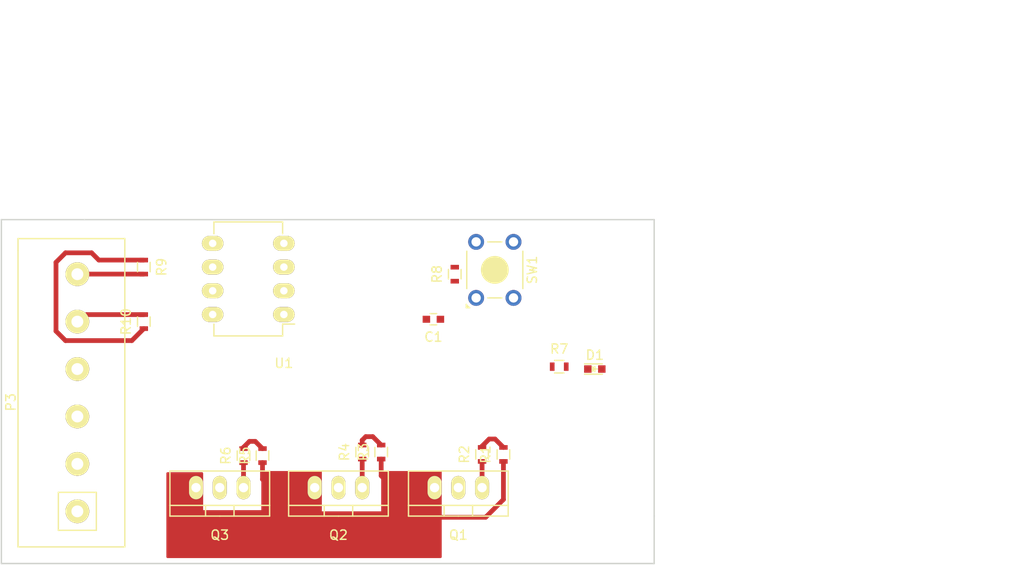
<source format=kicad_pcb>
(kicad_pcb (version 4) (host pcbnew 4.0.1-3.201512221402+6198~38~ubuntu14.04.1-stable)

  (general
    (links 32)
    (no_connects 18)
    (area 104.064999 85.014999 174.065001 121.995001)
    (thickness 1.6)
    (drawings 10)
    (tracks 35)
    (zones 0)
    (modules 18)
    (nets 18)
  )

  (page A4)
  (layers
    (0 F.Cu signal)
    (31 B.Cu signal)
    (32 B.Adhes user)
    (33 F.Adhes user)
    (34 B.Paste user)
    (35 F.Paste user)
    (36 B.SilkS user)
    (37 F.SilkS user)
    (38 B.Mask user)
    (39 F.Mask user)
    (40 Dwgs.User user)
    (41 Cmts.User user)
    (42 Eco1.User user)
    (43 Eco2.User user)
    (44 Edge.Cuts user)
    (45 Margin user)
    (46 B.CrtYd user)
    (47 F.CrtYd user)
    (48 B.Fab user)
    (49 F.Fab user)
  )

  (setup
    (last_trace_width 0.508)
    (user_trace_width 0.508)
    (user_trace_width 5.08)
    (trace_clearance 0.2)
    (zone_clearance 0.508)
    (zone_45_only no)
    (trace_min 0.2)
    (segment_width 0.2)
    (edge_width 0.15)
    (via_size 0.6)
    (via_drill 0.4)
    (via_min_size 0.4)
    (via_min_drill 0.3)
    (uvia_size 0.3)
    (uvia_drill 0.1)
    (uvias_allowed no)
    (uvia_min_size 0)
    (uvia_min_drill 0)
    (pcb_text_width 0.3)
    (pcb_text_size 1.5 1.5)
    (mod_edge_width 0.15)
    (mod_text_size 1 1)
    (mod_text_width 0.15)
    (pad_size 1.524 1.524)
    (pad_drill 0.762)
    (pad_to_mask_clearance 0.2)
    (aux_axis_origin 0 0)
    (visible_elements 7FFFFFFF)
    (pcbplotparams
      (layerselection 0x00030_80000001)
      (usegerberextensions false)
      (excludeedgelayer true)
      (linewidth 0.100000)
      (plotframeref false)
      (viasonmask false)
      (mode 1)
      (useauxorigin false)
      (hpglpennumber 1)
      (hpglpenspeed 20)
      (hpglpendiameter 15)
      (hpglpenoverlay 2)
      (psnegative false)
      (psa4output false)
      (plotreference true)
      (plotvalue true)
      (plotinvisibletext false)
      (padsonsilk false)
      (subtractmaskfromsilk false)
      (outputformat 1)
      (mirror false)
      (drillshape 1)
      (scaleselection 1)
      (outputdirectory ""))
  )

  (net 0 "")
  (net 1 GND)
  (net 2 +3V3)
  (net 3 +5V)
  (net 4 "Net-(D1-Pad1)")
  (net 5 "Net-(P1-Pad1)")
  (net 6 "Net-(P1-Pad4)")
  (net 7 "Net-(P1-Pad5)")
  (net 8 "Net-(Q1-Pad1)")
  (net 9 "Net-(Q2-Pad1)")
  (net 10 "Net-(P3-Pad6)")
  (net 11 "Net-(Q3-Pad1)")
  (net 12 "Net-(R1-Pad2)")
  (net 13 "Net-(R3-Pad2)")
  (net 14 "Net-(P3-Pad2)")
  (net 15 +12V)
  (net 16 "Net-(P3-Pad1)")
  (net 17 "Net-(P3-Pad3)")

  (net_class Default "This is the default net class."
    (clearance 0.2)
    (trace_width 0.25)
    (via_dia 0.6)
    (via_drill 0.4)
    (uvia_dia 0.3)
    (uvia_drill 0.1)
    (add_net +12V)
    (add_net +3V3)
    (add_net +5V)
    (add_net GND)
    (add_net "Net-(D1-Pad1)")
    (add_net "Net-(P1-Pad1)")
    (add_net "Net-(P1-Pad4)")
    (add_net "Net-(P1-Pad5)")
    (add_net "Net-(P3-Pad1)")
    (add_net "Net-(P3-Pad2)")
    (add_net "Net-(P3-Pad3)")
    (add_net "Net-(P3-Pad6)")
    (add_net "Net-(Q1-Pad1)")
    (add_net "Net-(Q2-Pad1)")
    (add_net "Net-(Q3-Pad1)")
    (add_net "Net-(R1-Pad2)")
    (add_net "Net-(R3-Pad2)")
  )

  (module User:Screw-Terminal-Thingy-5.08mm-0.2in (layer F.Cu) (tedit 56AA1049) (tstamp 56AB4423)
    (at 104.648 104.648 90)
    (path /56A8FCEE)
    (fp_text reference P3 (at 0 0.5 90) (layer F.SilkS)
      (effects (font (size 1 1) (thickness 0.15)))
    )
    (fp_text value "MAIN OUT" (at 0 -0.5 90) (layer F.Fab) hide
      (effects (font (size 1 1) (thickness 0.15)))
    )
    (fp_line (start -13.716 5.588) (end -13.716 9.652) (layer F.SilkS) (width 0.15))
    (fp_line (start -13.716 9.652) (end -9.652 9.652) (layer F.SilkS) (width 0.15))
    (fp_line (start -9.652 9.652) (end -9.652 5.588) (layer F.SilkS) (width 0.15))
    (fp_line (start -9.652 5.588) (end -13.716 5.588) (layer F.SilkS) (width 0.15))
    (fp_line (start 16.256 1.27) (end 17.526 1.27) (layer F.SilkS) (width 0.15))
    (fp_line (start 17.526 1.27) (end 17.526 12.7) (layer F.SilkS) (width 0.15))
    (fp_line (start 17.526 12.7) (end 16.256 12.7) (layer F.SilkS) (width 0.15))
    (fp_line (start 16.256 1.27) (end -15.494 1.27) (layer F.SilkS) (width 0.15))
    (fp_line (start -15.494 1.27) (end -15.494 12.7) (layer F.SilkS) (width 0.15))
    (fp_line (start -15.494 12.7) (end 16.256 12.7) (layer F.SilkS) (width 0.15))
    (pad 1 thru_hole circle (at -11.684 7.62 90) (size 2.54 2.54) (drill 1.27) (layers *.Cu *.Mask F.SilkS)
      (net 16 "Net-(P3-Pad1)"))
    (pad 2 thru_hole circle (at -6.604 7.62 90) (size 2.54 2.54) (drill 1.27) (layers *.Cu *.Mask F.SilkS)
      (net 14 "Net-(P3-Pad2)"))
    (pad 3 thru_hole circle (at -1.524 7.62 90) (size 2.54 2.54) (drill 1.27) (layers *.Cu *.Mask F.SilkS)
      (net 17 "Net-(P3-Pad3)"))
    (pad 4 thru_hole circle (at 3.556 7.62 90) (size 2.54 2.54) (drill 1.27) (layers *.Cu *.Mask F.SilkS)
      (net 15 +12V))
    (pad 5 thru_hole circle (at 8.636 7.62 90) (size 2.54 2.54) (drill 1.27) (layers *.Cu *.Mask F.SilkS)
      (net 7 "Net-(P1-Pad5)"))
    (pad 6 thru_hole circle (at 13.716 7.62 90) (size 2.54 2.54) (drill 1.27) (layers *.Cu *.Mask F.SilkS)
      (net 10 "Net-(P3-Pad6)"))
  )

  (module Capacitors_SMD:C_0603 (layer F.Cu) (tedit 5415D631) (tstamp 56AB4154)
    (at 150.368 95.758 180)
    (descr "Capacitor SMD 0603, reflow soldering, AVX (see smccp.pdf)")
    (tags "capacitor 0603")
    (path /56A0EE04)
    (attr smd)
    (fp_text reference C1 (at 0 -1.9 180) (layer F.SilkS)
      (effects (font (size 1 1) (thickness 0.15)))
    )
    (fp_text value 100n (at 0 1.9 180) (layer F.Fab)
      (effects (font (size 1 1) (thickness 0.15)))
    )
    (fp_line (start -1.45 -0.75) (end 1.45 -0.75) (layer F.CrtYd) (width 0.05))
    (fp_line (start -1.45 0.75) (end 1.45 0.75) (layer F.CrtYd) (width 0.05))
    (fp_line (start -1.45 -0.75) (end -1.45 0.75) (layer F.CrtYd) (width 0.05))
    (fp_line (start 1.45 -0.75) (end 1.45 0.75) (layer F.CrtYd) (width 0.05))
    (fp_line (start -0.35 -0.6) (end 0.35 -0.6) (layer F.SilkS) (width 0.15))
    (fp_line (start 0.35 0.6) (end -0.35 0.6) (layer F.SilkS) (width 0.15))
    (pad 1 smd rect (at -0.75 0 180) (size 0.8 0.75) (layers F.Cu F.Paste F.Mask)
      (net 1 GND))
    (pad 2 smd rect (at 0.75 0 180) (size 0.8 0.75) (layers F.Cu F.Paste F.Mask)
      (net 2 +3V3))
    (model Capacitors_SMD.3dshapes/C_0603.wrl
      (at (xyz 0 0 0))
      (scale (xyz 1 1 1))
      (rotate (xyz 0 0 0))
    )
  )

  (module LEDs:LED_0603 (layer F.Cu) (tedit 55BDE255) (tstamp 56AB415A)
    (at 167.64 101.092)
    (descr "LED 0603 smd package")
    (tags "LED led 0603 SMD smd SMT smt smdled SMDLED smtled SMTLED")
    (path /56A97DC8)
    (attr smd)
    (fp_text reference D1 (at 0 -1.5) (layer F.SilkS)
      (effects (font (size 1 1) (thickness 0.15)))
    )
    (fp_text value LED (at 0 1.5) (layer F.Fab)
      (effects (font (size 1 1) (thickness 0.15)))
    )
    (fp_line (start -1.1 0.55) (end 0.8 0.55) (layer F.SilkS) (width 0.15))
    (fp_line (start -1.1 -0.55) (end 0.8 -0.55) (layer F.SilkS) (width 0.15))
    (fp_line (start -0.2 0) (end 0.25 0) (layer F.SilkS) (width 0.15))
    (fp_line (start -0.25 -0.25) (end -0.25 0.25) (layer F.SilkS) (width 0.15))
    (fp_line (start -0.25 0) (end 0 -0.25) (layer F.SilkS) (width 0.15))
    (fp_line (start 0 -0.25) (end 0 0.25) (layer F.SilkS) (width 0.15))
    (fp_line (start 0 0.25) (end -0.25 0) (layer F.SilkS) (width 0.15))
    (fp_line (start 1.4 -0.75) (end 1.4 0.75) (layer F.CrtYd) (width 0.05))
    (fp_line (start 1.4 0.75) (end -1.4 0.75) (layer F.CrtYd) (width 0.05))
    (fp_line (start -1.4 0.75) (end -1.4 -0.75) (layer F.CrtYd) (width 0.05))
    (fp_line (start -1.4 -0.75) (end 1.4 -0.75) (layer F.CrtYd) (width 0.05))
    (pad 2 smd rect (at 0.7493 0 180) (size 0.79756 0.79756) (layers F.Cu F.Paste F.Mask)
      (net 3 +5V))
    (pad 1 smd rect (at -0.7493 0 180) (size 0.79756 0.79756) (layers F.Cu F.Paste F.Mask)
      (net 4 "Net-(D1-Pad1)"))
    (model LEDs.3dshapes/LED_0603.wrl
      (at (xyz 0 0 0))
      (scale (xyz 1 1 1))
      (rotate (xyz 0 0 180))
    )
  )

  (module TO_SOT_Packages_THT:TO-220_Neutral123_Vertical (layer F.Cu) (tedit 56AA1A0A) (tstamp 56AB416B)
    (at 153.035 113.792 180)
    (descr "TO-220, Neutral, Vertical,")
    (tags "TO-220, Neutral, Vertical,")
    (path /56A12804)
    (fp_text reference Q1 (at 0 -5.08 180) (layer F.SilkS)
      (effects (font (size 1 1) (thickness 0.15)))
    )
    (fp_text value FQP30N06L (at -0.127 -2.413 180) (layer F.Fab)
      (effects (font (size 1 1) (thickness 0.15)))
    )
    (fp_line (start -1.524 -3.048) (end -1.524 -1.905) (layer F.SilkS) (width 0.15))
    (fp_line (start 1.524 -3.048) (end 1.524 -1.905) (layer F.SilkS) (width 0.15))
    (fp_line (start 5.334 -1.905) (end 5.334 1.778) (layer F.SilkS) (width 0.15))
    (fp_line (start 5.334 1.778) (end -5.334 1.778) (layer F.SilkS) (width 0.15))
    (fp_line (start -5.334 1.778) (end -5.334 -1.905) (layer F.SilkS) (width 0.15))
    (fp_line (start 5.334 -3.048) (end 5.334 -1.905) (layer F.SilkS) (width 0.15))
    (fp_line (start 5.334 -1.905) (end -5.334 -1.905) (layer F.SilkS) (width 0.15))
    (fp_line (start -5.334 -1.905) (end -5.334 -3.048) (layer F.SilkS) (width 0.15))
    (fp_line (start 0 -3.048) (end -5.334 -3.048) (layer F.SilkS) (width 0.15))
    (fp_line (start 0 -3.048) (end 5.334 -3.048) (layer F.SilkS) (width 0.15))
    (pad 2 thru_hole oval (at 0 0 270) (size 2.49936 1.50114) (drill 1.00076) (layers *.Cu *.Mask F.SilkS)
      (net 17 "Net-(P3-Pad3)"))
    (pad 1 thru_hole oval (at -2.54 0 270) (size 2.49936 1.50114) (drill 1.00076) (layers *.Cu *.Mask F.SilkS)
      (net 8 "Net-(Q1-Pad1)"))
    (pad 3 thru_hole oval (at 2.54 0 270) (size 2.49936 1.50114) (drill 1.00076) (layers *.Cu *.Mask F.SilkS)
      (net 1 GND))
    (model TO_SOT_Packages_THT.3dshapes/TO-220_Neutral123_Vertical.wrl
      (at (xyz 0 0 0))
      (scale (xyz 0.3937 0.3937 0.3937))
      (rotate (xyz 0 0 0))
    )
  )

  (module TO_SOT_Packages_THT:TO-220_Neutral123_Vertical (layer F.Cu) (tedit 56AA1A06) (tstamp 56AB4172)
    (at 140.208 113.792 180)
    (descr "TO-220, Neutral, Vertical,")
    (tags "TO-220, Neutral, Vertical,")
    (path /56A0E343)
    (fp_text reference Q2 (at 0 -5.08 180) (layer F.SilkS)
      (effects (font (size 1 1) (thickness 0.15)))
    )
    (fp_text value FQP30N06L (at -0.381 -2.413 180) (layer F.Fab)
      (effects (font (size 1 1) (thickness 0.15)))
    )
    (fp_line (start -1.524 -3.048) (end -1.524 -1.905) (layer F.SilkS) (width 0.15))
    (fp_line (start 1.524 -3.048) (end 1.524 -1.905) (layer F.SilkS) (width 0.15))
    (fp_line (start 5.334 -1.905) (end 5.334 1.778) (layer F.SilkS) (width 0.15))
    (fp_line (start 5.334 1.778) (end -5.334 1.778) (layer F.SilkS) (width 0.15))
    (fp_line (start -5.334 1.778) (end -5.334 -1.905) (layer F.SilkS) (width 0.15))
    (fp_line (start 5.334 -3.048) (end 5.334 -1.905) (layer F.SilkS) (width 0.15))
    (fp_line (start 5.334 -1.905) (end -5.334 -1.905) (layer F.SilkS) (width 0.15))
    (fp_line (start -5.334 -1.905) (end -5.334 -3.048) (layer F.SilkS) (width 0.15))
    (fp_line (start 0 -3.048) (end -5.334 -3.048) (layer F.SilkS) (width 0.15))
    (fp_line (start 0 -3.048) (end 5.334 -3.048) (layer F.SilkS) (width 0.15))
    (pad 2 thru_hole oval (at 0 0 270) (size 2.49936 1.50114) (drill 1.00076) (layers *.Cu *.Mask F.SilkS)
      (net 14 "Net-(P3-Pad2)"))
    (pad 1 thru_hole oval (at -2.54 0 270) (size 2.49936 1.50114) (drill 1.00076) (layers *.Cu *.Mask F.SilkS)
      (net 9 "Net-(Q2-Pad1)"))
    (pad 3 thru_hole oval (at 2.54 0 270) (size 2.49936 1.50114) (drill 1.00076) (layers *.Cu *.Mask F.SilkS)
      (net 1 GND))
    (model TO_SOT_Packages_THT.3dshapes/TO-220_Neutral123_Vertical.wrl
      (at (xyz 0 0 0))
      (scale (xyz 0.3937 0.3937 0.3937))
      (rotate (xyz 0 0 0))
    )
  )

  (module TO_SOT_Packages_THT:TO-220_Neutral123_Vertical (layer F.Cu) (tedit 56AA1A01) (tstamp 56AB4179)
    (at 127.508 113.792 180)
    (descr "TO-220, Neutral, Vertical,")
    (tags "TO-220, Neutral, Vertical,")
    (path /56A128F1)
    (fp_text reference Q3 (at 0 -5.08 180) (layer F.SilkS)
      (effects (font (size 1 1) (thickness 0.15)))
    )
    (fp_text value FQP30N06L (at 0 -2.286 180) (layer F.Fab)
      (effects (font (size 1 1) (thickness 0.15)))
    )
    (fp_line (start -1.524 -3.048) (end -1.524 -1.905) (layer F.SilkS) (width 0.15))
    (fp_line (start 1.524 -3.048) (end 1.524 -1.905) (layer F.SilkS) (width 0.15))
    (fp_line (start 5.334 -1.905) (end 5.334 1.778) (layer F.SilkS) (width 0.15))
    (fp_line (start 5.334 1.778) (end -5.334 1.778) (layer F.SilkS) (width 0.15))
    (fp_line (start -5.334 1.778) (end -5.334 -1.905) (layer F.SilkS) (width 0.15))
    (fp_line (start 5.334 -3.048) (end 5.334 -1.905) (layer F.SilkS) (width 0.15))
    (fp_line (start 5.334 -1.905) (end -5.334 -1.905) (layer F.SilkS) (width 0.15))
    (fp_line (start -5.334 -1.905) (end -5.334 -3.048) (layer F.SilkS) (width 0.15))
    (fp_line (start 0 -3.048) (end -5.334 -3.048) (layer F.SilkS) (width 0.15))
    (fp_line (start 0 -3.048) (end 5.334 -3.048) (layer F.SilkS) (width 0.15))
    (pad 2 thru_hole oval (at 0 0 270) (size 2.49936 1.50114) (drill 1.00076) (layers *.Cu *.Mask F.SilkS)
      (net 16 "Net-(P3-Pad1)"))
    (pad 1 thru_hole oval (at -2.54 0 270) (size 2.49936 1.50114) (drill 1.00076) (layers *.Cu *.Mask F.SilkS)
      (net 11 "Net-(Q3-Pad1)"))
    (pad 3 thru_hole oval (at 2.54 0 270) (size 2.49936 1.50114) (drill 1.00076) (layers *.Cu *.Mask F.SilkS)
      (net 1 GND))
    (model TO_SOT_Packages_THT.3dshapes/TO-220_Neutral123_Vertical.wrl
      (at (xyz 0 0 0))
      (scale (xyz 0.3937 0.3937 0.3937))
      (rotate (xyz 0 0 0))
    )
  )

  (module Resistors_SMD:R_0603 (layer F.Cu) (tedit 5415CC62) (tstamp 56AB417F)
    (at 157.861 110.236 90)
    (descr "Resistor SMD 0603, reflow soldering, Vishay (see dcrcw.pdf)")
    (tags "resistor 0603")
    (path /56A12810)
    (attr smd)
    (fp_text reference R1 (at 0 -1.9 90) (layer F.SilkS)
      (effects (font (size 1 1) (thickness 0.15)))
    )
    (fp_text value 1M (at 0 1.9 90) (layer F.Fab)
      (effects (font (size 1 1) (thickness 0.15)))
    )
    (fp_line (start -1.3 -0.8) (end 1.3 -0.8) (layer F.CrtYd) (width 0.05))
    (fp_line (start -1.3 0.8) (end 1.3 0.8) (layer F.CrtYd) (width 0.05))
    (fp_line (start -1.3 -0.8) (end -1.3 0.8) (layer F.CrtYd) (width 0.05))
    (fp_line (start 1.3 -0.8) (end 1.3 0.8) (layer F.CrtYd) (width 0.05))
    (fp_line (start 0.5 0.675) (end -0.5 0.675) (layer F.SilkS) (width 0.15))
    (fp_line (start -0.5 -0.675) (end 0.5 -0.675) (layer F.SilkS) (width 0.15))
    (pad 1 smd rect (at -0.75 0 90) (size 0.5 0.9) (layers F.Cu F.Paste F.Mask)
      (net 1 GND))
    (pad 2 smd rect (at 0.75 0 90) (size 0.5 0.9) (layers F.Cu F.Paste F.Mask)
      (net 12 "Net-(R1-Pad2)"))
    (model Resistors_SMD.3dshapes/R_0603.wrl
      (at (xyz 0 0 0))
      (scale (xyz 1 1 1))
      (rotate (xyz 0 0 0))
    )
  )

  (module Resistors_SMD:R_0603 (layer F.Cu) (tedit 5415CC62) (tstamp 56AB4185)
    (at 155.575 110.236 90)
    (descr "Resistor SMD 0603, reflow soldering, Vishay (see dcrcw.pdf)")
    (tags "resistor 0603")
    (path /56A1280A)
    (attr smd)
    (fp_text reference R2 (at 0 -1.9 90) (layer F.SilkS)
      (effects (font (size 1 1) (thickness 0.15)))
    )
    (fp_text value 100 (at 0 1.9 90) (layer F.Fab)
      (effects (font (size 1 1) (thickness 0.15)))
    )
    (fp_line (start -1.3 -0.8) (end 1.3 -0.8) (layer F.CrtYd) (width 0.05))
    (fp_line (start -1.3 0.8) (end 1.3 0.8) (layer F.CrtYd) (width 0.05))
    (fp_line (start -1.3 -0.8) (end -1.3 0.8) (layer F.CrtYd) (width 0.05))
    (fp_line (start 1.3 -0.8) (end 1.3 0.8) (layer F.CrtYd) (width 0.05))
    (fp_line (start 0.5 0.675) (end -0.5 0.675) (layer F.SilkS) (width 0.15))
    (fp_line (start -0.5 -0.675) (end 0.5 -0.675) (layer F.SilkS) (width 0.15))
    (pad 1 smd rect (at -0.75 0 90) (size 0.5 0.9) (layers F.Cu F.Paste F.Mask)
      (net 8 "Net-(Q1-Pad1)"))
    (pad 2 smd rect (at 0.75 0 90) (size 0.5 0.9) (layers F.Cu F.Paste F.Mask)
      (net 12 "Net-(R1-Pad2)"))
    (model Resistors_SMD.3dshapes/R_0603.wrl
      (at (xyz 0 0 0))
      (scale (xyz 1 1 1))
      (rotate (xyz 0 0 0))
    )
  )

  (module Resistors_SMD:R_0603 (layer F.Cu) (tedit 5415CC62) (tstamp 56AB418B)
    (at 144.78 109.982 90)
    (descr "Resistor SMD 0603, reflow soldering, Vishay (see dcrcw.pdf)")
    (tags "resistor 0603")
    (path /56A11EC5)
    (attr smd)
    (fp_text reference R3 (at 0 -1.9 90) (layer F.SilkS)
      (effects (font (size 1 1) (thickness 0.15)))
    )
    (fp_text value 1M (at 0 1.9 90) (layer F.Fab)
      (effects (font (size 1 1) (thickness 0.15)))
    )
    (fp_line (start -1.3 -0.8) (end 1.3 -0.8) (layer F.CrtYd) (width 0.05))
    (fp_line (start -1.3 0.8) (end 1.3 0.8) (layer F.CrtYd) (width 0.05))
    (fp_line (start -1.3 -0.8) (end -1.3 0.8) (layer F.CrtYd) (width 0.05))
    (fp_line (start 1.3 -0.8) (end 1.3 0.8) (layer F.CrtYd) (width 0.05))
    (fp_line (start 0.5 0.675) (end -0.5 0.675) (layer F.SilkS) (width 0.15))
    (fp_line (start -0.5 -0.675) (end 0.5 -0.675) (layer F.SilkS) (width 0.15))
    (pad 1 smd rect (at -0.75 0 90) (size 0.5 0.9) (layers F.Cu F.Paste F.Mask)
      (net 1 GND))
    (pad 2 smd rect (at 0.75 0 90) (size 0.5 0.9) (layers F.Cu F.Paste F.Mask)
      (net 13 "Net-(R3-Pad2)"))
    (model Resistors_SMD.3dshapes/R_0603.wrl
      (at (xyz 0 0 0))
      (scale (xyz 1 1 1))
      (rotate (xyz 0 0 0))
    )
  )

  (module Resistors_SMD:R_0603 (layer F.Cu) (tedit 5415CC62) (tstamp 56AB4191)
    (at 142.748 109.982 90)
    (descr "Resistor SMD 0603, reflow soldering, Vishay (see dcrcw.pdf)")
    (tags "resistor 0603")
    (path /56A11E32)
    (attr smd)
    (fp_text reference R4 (at 0 -1.9 90) (layer F.SilkS)
      (effects (font (size 1 1) (thickness 0.15)))
    )
    (fp_text value 100 (at 0 1.9 90) (layer F.Fab)
      (effects (font (size 1 1) (thickness 0.15)))
    )
    (fp_line (start -1.3 -0.8) (end 1.3 -0.8) (layer F.CrtYd) (width 0.05))
    (fp_line (start -1.3 0.8) (end 1.3 0.8) (layer F.CrtYd) (width 0.05))
    (fp_line (start -1.3 -0.8) (end -1.3 0.8) (layer F.CrtYd) (width 0.05))
    (fp_line (start 1.3 -0.8) (end 1.3 0.8) (layer F.CrtYd) (width 0.05))
    (fp_line (start 0.5 0.675) (end -0.5 0.675) (layer F.SilkS) (width 0.15))
    (fp_line (start -0.5 -0.675) (end 0.5 -0.675) (layer F.SilkS) (width 0.15))
    (pad 1 smd rect (at -0.75 0 90) (size 0.5 0.9) (layers F.Cu F.Paste F.Mask)
      (net 9 "Net-(Q2-Pad1)"))
    (pad 2 smd rect (at 0.75 0 90) (size 0.5 0.9) (layers F.Cu F.Paste F.Mask)
      (net 13 "Net-(R3-Pad2)"))
    (model Resistors_SMD.3dshapes/R_0603.wrl
      (at (xyz 0 0 0))
      (scale (xyz 1 1 1))
      (rotate (xyz 0 0 0))
    )
  )

  (module Resistors_SMD:R_0603 (layer F.Cu) (tedit 5415CC62) (tstamp 56AB4197)
    (at 132.08 110.363 90)
    (descr "Resistor SMD 0603, reflow soldering, Vishay (see dcrcw.pdf)")
    (tags "resistor 0603")
    (path /56A128FD)
    (attr smd)
    (fp_text reference R5 (at 0 -1.9 90) (layer F.SilkS)
      (effects (font (size 1 1) (thickness 0.15)))
    )
    (fp_text value 1M (at 0 1.9 90) (layer F.Fab)
      (effects (font (size 1 1) (thickness 0.15)))
    )
    (fp_line (start -1.3 -0.8) (end 1.3 -0.8) (layer F.CrtYd) (width 0.05))
    (fp_line (start -1.3 0.8) (end 1.3 0.8) (layer F.CrtYd) (width 0.05))
    (fp_line (start -1.3 -0.8) (end -1.3 0.8) (layer F.CrtYd) (width 0.05))
    (fp_line (start 1.3 -0.8) (end 1.3 0.8) (layer F.CrtYd) (width 0.05))
    (fp_line (start 0.5 0.675) (end -0.5 0.675) (layer F.SilkS) (width 0.15))
    (fp_line (start -0.5 -0.675) (end 0.5 -0.675) (layer F.SilkS) (width 0.15))
    (pad 1 smd rect (at -0.75 0 90) (size 0.5 0.9) (layers F.Cu F.Paste F.Mask)
      (net 1 GND))
    (pad 2 smd rect (at 0.75 0 90) (size 0.5 0.9) (layers F.Cu F.Paste F.Mask)
      (net 6 "Net-(P1-Pad4)"))
    (model Resistors_SMD.3dshapes/R_0603.wrl
      (at (xyz 0 0 0))
      (scale (xyz 1 1 1))
      (rotate (xyz 0 0 0))
    )
  )

  (module Resistors_SMD:R_0603 (layer F.Cu) (tedit 5415CC62) (tstamp 56AB419D)
    (at 130.048 110.363 90)
    (descr "Resistor SMD 0603, reflow soldering, Vishay (see dcrcw.pdf)")
    (tags "resistor 0603")
    (path /56A128F7)
    (attr smd)
    (fp_text reference R6 (at 0 -1.9 90) (layer F.SilkS)
      (effects (font (size 1 1) (thickness 0.15)))
    )
    (fp_text value 100 (at 0 1.9 90) (layer F.Fab)
      (effects (font (size 1 1) (thickness 0.15)))
    )
    (fp_line (start -1.3 -0.8) (end 1.3 -0.8) (layer F.CrtYd) (width 0.05))
    (fp_line (start -1.3 0.8) (end 1.3 0.8) (layer F.CrtYd) (width 0.05))
    (fp_line (start -1.3 -0.8) (end -1.3 0.8) (layer F.CrtYd) (width 0.05))
    (fp_line (start 1.3 -0.8) (end 1.3 0.8) (layer F.CrtYd) (width 0.05))
    (fp_line (start 0.5 0.675) (end -0.5 0.675) (layer F.SilkS) (width 0.15))
    (fp_line (start -0.5 -0.675) (end 0.5 -0.675) (layer F.SilkS) (width 0.15))
    (pad 1 smd rect (at -0.75 0 90) (size 0.5 0.9) (layers F.Cu F.Paste F.Mask)
      (net 11 "Net-(Q3-Pad1)"))
    (pad 2 smd rect (at 0.75 0 90) (size 0.5 0.9) (layers F.Cu F.Paste F.Mask)
      (net 6 "Net-(P1-Pad4)"))
    (model Resistors_SMD.3dshapes/R_0603.wrl
      (at (xyz 0 0 0))
      (scale (xyz 1 1 1))
      (rotate (xyz 0 0 0))
    )
  )

  (module Resistors_SMD:R_0603 (layer F.Cu) (tedit 5415CC62) (tstamp 56AB41A3)
    (at 163.83 100.838)
    (descr "Resistor SMD 0603, reflow soldering, Vishay (see dcrcw.pdf)")
    (tags "resistor 0603")
    (path /56A97D53)
    (attr smd)
    (fp_text reference R7 (at 0 -1.9) (layer F.SilkS)
      (effects (font (size 1 1) (thickness 0.15)))
    )
    (fp_text value R (at 0 1.9) (layer F.Fab)
      (effects (font (size 1 1) (thickness 0.15)))
    )
    (fp_line (start -1.3 -0.8) (end 1.3 -0.8) (layer F.CrtYd) (width 0.05))
    (fp_line (start -1.3 0.8) (end 1.3 0.8) (layer F.CrtYd) (width 0.05))
    (fp_line (start -1.3 -0.8) (end -1.3 0.8) (layer F.CrtYd) (width 0.05))
    (fp_line (start 1.3 -0.8) (end 1.3 0.8) (layer F.CrtYd) (width 0.05))
    (fp_line (start 0.5 0.675) (end -0.5 0.675) (layer F.SilkS) (width 0.15))
    (fp_line (start -0.5 -0.675) (end 0.5 -0.675) (layer F.SilkS) (width 0.15))
    (pad 1 smd rect (at -0.75 0) (size 0.5 0.9) (layers F.Cu F.Paste F.Mask)
      (net 4 "Net-(D1-Pad1)"))
    (pad 2 smd rect (at 0.75 0) (size 0.5 0.9) (layers F.Cu F.Paste F.Mask)
      (net 1 GND))
    (model Resistors_SMD.3dshapes/R_0603.wrl
      (at (xyz 0 0 0))
      (scale (xyz 1 1 1))
      (rotate (xyz 0 0 0))
    )
  )

  (module Resistors_SMD:R_0603 (layer F.Cu) (tedit 5415CC62) (tstamp 56AB41A9)
    (at 152.654 90.932 90)
    (descr "Resistor SMD 0603, reflow soldering, Vishay (see dcrcw.pdf)")
    (tags "resistor 0603")
    (path /56A23CE2)
    (attr smd)
    (fp_text reference R8 (at 0 -1.9 90) (layer F.SilkS)
      (effects (font (size 1 1) (thickness 0.15)))
    )
    (fp_text value 10K (at 0 1.9 90) (layer F.Fab)
      (effects (font (size 1 1) (thickness 0.15)))
    )
    (fp_line (start -1.3 -0.8) (end 1.3 -0.8) (layer F.CrtYd) (width 0.05))
    (fp_line (start -1.3 0.8) (end 1.3 0.8) (layer F.CrtYd) (width 0.05))
    (fp_line (start -1.3 -0.8) (end -1.3 0.8) (layer F.CrtYd) (width 0.05))
    (fp_line (start 1.3 -0.8) (end 1.3 0.8) (layer F.CrtYd) (width 0.05))
    (fp_line (start 0.5 0.675) (end -0.5 0.675) (layer F.SilkS) (width 0.15))
    (fp_line (start -0.5 -0.675) (end 0.5 -0.675) (layer F.SilkS) (width 0.15))
    (pad 1 smd rect (at -0.75 0 90) (size 0.5 0.9) (layers F.Cu F.Paste F.Mask)
      (net 2 +3V3))
    (pad 2 smd rect (at 0.75 0 90) (size 0.5 0.9) (layers F.Cu F.Paste F.Mask)
      (net 5 "Net-(P1-Pad1)"))
    (model Resistors_SMD.3dshapes/R_0603.wrl
      (at (xyz 0 0 0))
      (scale (xyz 1 1 1))
      (rotate (xyz 0 0 0))
    )
  )

  (module Resistors_SMD:R_0603 (layer F.Cu) (tedit 5415CC62) (tstamp 56AB41AF)
    (at 119.38 90.17 270)
    (descr "Resistor SMD 0603, reflow soldering, Vishay (see dcrcw.pdf)")
    (tags "resistor 0603")
    (path /56A8BE72)
    (attr smd)
    (fp_text reference R9 (at 0 -1.9 270) (layer F.SilkS)
      (effects (font (size 1 1) (thickness 0.15)))
    )
    (fp_text value 4.7K (at 0 1.9 270) (layer F.Fab)
      (effects (font (size 1 1) (thickness 0.15)))
    )
    (fp_line (start -1.3 -0.8) (end 1.3 -0.8) (layer F.CrtYd) (width 0.05))
    (fp_line (start -1.3 0.8) (end 1.3 0.8) (layer F.CrtYd) (width 0.05))
    (fp_line (start -1.3 -0.8) (end -1.3 0.8) (layer F.CrtYd) (width 0.05))
    (fp_line (start 1.3 -0.8) (end 1.3 0.8) (layer F.CrtYd) (width 0.05))
    (fp_line (start 0.5 0.675) (end -0.5 0.675) (layer F.SilkS) (width 0.15))
    (fp_line (start -0.5 -0.675) (end 0.5 -0.675) (layer F.SilkS) (width 0.15))
    (pad 1 smd rect (at -0.75 0 270) (size 0.5 0.9) (layers F.Cu F.Paste F.Mask)
      (net 2 +3V3))
    (pad 2 smd rect (at 0.75 0 270) (size 0.5 0.9) (layers F.Cu F.Paste F.Mask)
      (net 10 "Net-(P3-Pad6)"))
    (model Resistors_SMD.3dshapes/R_0603.wrl
      (at (xyz 0 0 0))
      (scale (xyz 1 1 1))
      (rotate (xyz 0 0 0))
    )
  )

  (module Resistors_SMD:R_0603 (layer F.Cu) (tedit 5415CC62) (tstamp 56AB41B5)
    (at 119.38 96.012 90)
    (descr "Resistor SMD 0603, reflow soldering, Vishay (see dcrcw.pdf)")
    (tags "resistor 0603")
    (path /56A8BEE8)
    (attr smd)
    (fp_text reference R10 (at 0 -1.9 90) (layer F.SilkS)
      (effects (font (size 1 1) (thickness 0.15)))
    )
    (fp_text value 4.7K (at 0 1.9 90) (layer F.Fab)
      (effects (font (size 1 1) (thickness 0.15)))
    )
    (fp_line (start -1.3 -0.8) (end 1.3 -0.8) (layer F.CrtYd) (width 0.05))
    (fp_line (start -1.3 0.8) (end 1.3 0.8) (layer F.CrtYd) (width 0.05))
    (fp_line (start -1.3 -0.8) (end -1.3 0.8) (layer F.CrtYd) (width 0.05))
    (fp_line (start 1.3 -0.8) (end 1.3 0.8) (layer F.CrtYd) (width 0.05))
    (fp_line (start 0.5 0.675) (end -0.5 0.675) (layer F.SilkS) (width 0.15))
    (fp_line (start -0.5 -0.675) (end 0.5 -0.675) (layer F.SilkS) (width 0.15))
    (pad 1 smd rect (at -0.75 0 90) (size 0.5 0.9) (layers F.Cu F.Paste F.Mask)
      (net 2 +3V3))
    (pad 2 smd rect (at 0.75 0 90) (size 0.5 0.9) (layers F.Cu F.Paste F.Mask)
      (net 7 "Net-(P1-Pad5)"))
    (model Resistors_SMD.3dshapes/R_0603.wrl
      (at (xyz 0 0 0))
      (scale (xyz 1 1 1))
      (rotate (xyz 0 0 0))
    )
  )

  (module Buttons_Switches_ThroughHole:SW_TH_Tactile_Omron_B3F-10xx (layer F.Cu) (tedit 563F14D4) (tstamp 56AB41BD)
    (at 154.94 93.472 90)
    (descr SW_TH_Tactile_Omron_B3F-10xx)
    (tags "Omron B3F-10xx")
    (path /56A23DDF)
    (fp_text reference SW1 (at 3 6 90) (layer F.SilkS)
      (effects (font (size 1 1) (thickness 0.15)))
    )
    (fp_text value SW_PUSH (at 2.95 -2.05 90) (layer F.Fab)
      (effects (font (size 1 1) (thickness 0.15)))
    )
    (fp_line (start -0.95 -1) (end -0.95 -0.9) (layer F.SilkS) (width 0.15))
    (fp_line (start -1.05 -1.05) (end -0.7 -1.05) (layer F.SilkS) (width 0.15))
    (fp_arc (start 0 0) (end -1.05 -0.7) (angle 22.61986495) (layer F.SilkS) (width 0.15))
    (fp_line (start -1.05 -1.05) (end -1.05 -0.7) (layer F.SilkS) (width 0.15))
    (fp_line (start 7.15 -1.15) (end 0.45 -1.15) (layer F.CrtYd) (width 0.05))
    (fp_line (start 7.15 5.15) (end 7.15 -1.15) (layer F.CrtYd) (width 0.05))
    (fp_line (start -1.15 5.15) (end 7.15 5.15) (layer F.CrtYd) (width 0.05))
    (fp_line (start -1.15 0) (end -1.15 5.15) (layer F.CrtYd) (width 0.05))
    (fp_line (start -1.15 -1.15) (end 0.45 -1.15) (layer F.CrtYd) (width 0.05))
    (fp_line (start -1.15 0) (end -1.15 -1.15) (layer F.CrtYd) (width 0.05))
    (fp_circle (center 3 2) (end 4 3) (layer F.SilkS) (width 0.15))
    (fp_line (start 1 5) (end 5 5) (layer F.SilkS) (width 0.15))
    (fp_line (start 1 -1) (end 5 -1) (layer F.SilkS) (width 0.15))
    (fp_line (start 0 2.75) (end 0 1.25) (layer F.SilkS) (width 0.15))
    (fp_line (start 6 1.25) (end 6 2.75) (layer F.SilkS) (width 0.15))
    (fp_line (start 0 2) (end 0 2) (layer F.SilkS) (width 0))
    (fp_line (start 5 5) (end 1 5) (layer F.SilkS) (width 0))
    (fp_line (start 5 -1) (end 1 -1) (layer F.SilkS) (width 0))
    (fp_line (start 6 2) (end 6 2) (layer F.SilkS) (width 0))
    (fp_circle (center 3 2) (end 4 3) (layer F.SilkS) (width 0))
    (pad 4 thru_hole circle (at 6 4 90) (size 1.7 1.7) (drill 1) (layers *.Cu *.Mask))
    (pad 3 thru_hole circle (at 0 4 90) (size 1.7 1.7) (drill 1) (layers *.Cu *.Mask))
    (pad 2 thru_hole circle (at 6 0 90) (size 1.7 1.7) (drill 1) (layers *.Cu *.Mask)
      (net 5 "Net-(P1-Pad1)"))
    (pad 1 thru_hole circle (at 0 0 90) (size 1.7 1.7) (drill 1) (layers *.Cu *.Mask)
      (net 1 GND))
  )

  (module Housings_DIP:DIP-8_W7.62mm_LongPads (layer F.Cu) (tedit 54130A77) (tstamp 56AB41C9)
    (at 134.366 95.25 180)
    (descr "8-lead dip package, row spacing 7.62 mm (300 mils), longer pads")
    (tags "dil dip 2.54 300")
    (path /56A0E7E6)
    (fp_text reference U1 (at 0 -5.22 180) (layer F.SilkS)
      (effects (font (size 1 1) (thickness 0.15)))
    )
    (fp_text value PIC12F1840 (at 0 -3.72 180) (layer F.Fab)
      (effects (font (size 1 1) (thickness 0.15)))
    )
    (fp_line (start -1.4 -2.45) (end -1.4 10.1) (layer F.CrtYd) (width 0.05))
    (fp_line (start 9 -2.45) (end 9 10.1) (layer F.CrtYd) (width 0.05))
    (fp_line (start -1.4 -2.45) (end 9 -2.45) (layer F.CrtYd) (width 0.05))
    (fp_line (start -1.4 10.1) (end 9 10.1) (layer F.CrtYd) (width 0.05))
    (fp_line (start 0.135 -2.295) (end 0.135 -1.025) (layer F.SilkS) (width 0.15))
    (fp_line (start 7.485 -2.295) (end 7.485 -1.025) (layer F.SilkS) (width 0.15))
    (fp_line (start 7.485 9.915) (end 7.485 8.645) (layer F.SilkS) (width 0.15))
    (fp_line (start 0.135 9.915) (end 0.135 8.645) (layer F.SilkS) (width 0.15))
    (fp_line (start 0.135 -2.295) (end 7.485 -2.295) (layer F.SilkS) (width 0.15))
    (fp_line (start 0.135 9.915) (end 7.485 9.915) (layer F.SilkS) (width 0.15))
    (fp_line (start 0.135 -1.025) (end -1.15 -1.025) (layer F.SilkS) (width 0.15))
    (pad 1 thru_hole oval (at 0 0 180) (size 2.3 1.6) (drill 0.8) (layers *.Cu *.Mask F.SilkS)
      (net 2 +3V3))
    (pad 2 thru_hole oval (at 0 2.54 180) (size 2.3 1.6) (drill 0.8) (layers *.Cu *.Mask F.SilkS)
      (net 12 "Net-(R1-Pad2)"))
    (pad 3 thru_hole oval (at 0 5.08 180) (size 2.3 1.6) (drill 0.8) (layers *.Cu *.Mask F.SilkS)
      (net 13 "Net-(R3-Pad2)"))
    (pad 4 thru_hole oval (at 0 7.62 180) (size 2.3 1.6) (drill 0.8) (layers *.Cu *.Mask F.SilkS)
      (net 5 "Net-(P1-Pad1)"))
    (pad 5 thru_hole oval (at 7.62 7.62 180) (size 2.3 1.6) (drill 0.8) (layers *.Cu *.Mask F.SilkS)
      (net 10 "Net-(P3-Pad6)"))
    (pad 6 thru_hole oval (at 7.62 5.08 180) (size 2.3 1.6) (drill 0.8) (layers *.Cu *.Mask F.SilkS)
      (net 7 "Net-(P1-Pad5)"))
    (pad 7 thru_hole oval (at 7.62 2.54 180) (size 2.3 1.6) (drill 0.8) (layers *.Cu *.Mask F.SilkS)
      (net 6 "Net-(P1-Pad4)"))
    (pad 8 thru_hole oval (at 7.62 0 180) (size 2.3 1.6) (drill 0.8) (layers *.Cu *.Mask F.SilkS)
      (net 1 GND))
    (model Housings_DIP.3dshapes/DIP-8_W7.62mm_LongPads.wrl
      (at (xyz 0 0 0))
      (scale (xyz 1 1 1))
      (rotate (xyz 0 0 0))
    )
  )

  (gr_line (start 173.99 121.92) (end 173.99 116.84) (angle 90) (layer Edge.Cuts) (width 0.15))
  (gr_line (start 104.14 121.92) (end 104.14 85.09) (angle 90) (layer Edge.Cuts) (width 0.15))
  (gr_line (start 173.99 121.92) (end 104.14 121.92) (angle 90) (layer Edge.Cuts) (width 0.15))
  (gr_line (start 113.03 85.09) (end 104.14 85.09) (angle 90) (layer Edge.Cuts) (width 0.15))
  (dimension 69.85 (width 0.3) (layer Dwgs.User)
    (gr_text "2.7500 in" (at 139.065 68.5) (layer Dwgs.User)
      (effects (font (size 1.5 1.5) (thickness 0.3)))
    )
    (feature1 (pts (xy 104.14 85.09) (xy 104.14 67.15)))
    (feature2 (pts (xy 173.99 85.09) (xy 173.99 67.15)))
    (crossbar (pts (xy 173.99 69.85) (xy 104.14 69.85)))
    (arrow1a (pts (xy 104.14 69.85) (xy 105.266504 69.263579)))
    (arrow1b (pts (xy 104.14 69.85) (xy 105.266504 70.436421)))
    (arrow2a (pts (xy 173.99 69.85) (xy 172.863496 69.263579)))
    (arrow2b (pts (xy 173.99 69.85) (xy 172.863496 70.436421)))
  )
  (dimension 36.83 (width 0.3) (layer Dwgs.User)
    (gr_text "1.4500 in" (at 205.311999 103.505 270) (layer Dwgs.User)
      (effects (font (size 1.5 1.5) (thickness 0.3)))
    )
    (feature1 (pts (xy 173.99 121.92) (xy 206.661999 121.92)))
    (feature2 (pts (xy 173.99 85.09) (xy 206.661999 85.09)))
    (crossbar (pts (xy 203.961999 85.09) (xy 203.961999 121.92)))
    (arrow1a (pts (xy 203.961999 121.92) (xy 203.375578 120.793496)))
    (arrow1b (pts (xy 203.961999 121.92) (xy 204.54842 120.793496)))
    (arrow2a (pts (xy 203.961999 85.09) (xy 203.375578 86.216504)))
    (arrow2b (pts (xy 203.961999 85.09) (xy 204.54842 86.216504)))
  )
  (gr_line (start 173.99 116.84) (end 173.99 85.09) (angle 90) (layer Edge.Cuts) (width 0.15))
  (gr_line (start 173.99 85.09) (end 113.03 85.09) (angle 90) (layer Edge.Cuts) (width 0.15))
  (dimension 31.75 (width 0.3) (layer Dwgs.User)
    (gr_text "1.2500 in" (at 210.899999 100.965 270) (layer Dwgs.User)
      (effects (font (size 1.5 1.5) (thickness 0.3)))
    )
    (feature1 (pts (xy 173.99 116.84) (xy 212.249999 116.84)))
    (feature2 (pts (xy 173.99 85.09) (xy 212.249999 85.09)))
    (crossbar (pts (xy 209.549999 85.09) (xy 209.549999 116.84)))
    (arrow1a (pts (xy 209.549999 116.84) (xy 208.963578 115.713496)))
    (arrow1b (pts (xy 209.549999 116.84) (xy 210.13642 115.713496)))
    (arrow2a (pts (xy 209.549999 85.09) (xy 208.963578 86.216504)))
    (arrow2b (pts (xy 209.549999 85.09) (xy 210.13642 86.216504)))
  )
  (dimension 60.96 (width 0.3) (layer Dwgs.User)
    (gr_text "2.4000 in" (at 143.51 63.420001) (layer Dwgs.User)
      (effects (font (size 1.5 1.5) (thickness 0.3)))
    )
    (feature1 (pts (xy 113.03 85.09) (xy 113.03 62.070001)))
    (feature2 (pts (xy 173.99 85.09) (xy 173.99 62.070001)))
    (crossbar (pts (xy 173.99 64.770001) (xy 113.03 64.770001)))
    (arrow1a (pts (xy 113.03 64.770001) (xy 114.156504 64.18358)))
    (arrow1b (pts (xy 113.03 64.770001) (xy 114.156504 65.356422)))
    (arrow2a (pts (xy 173.99 64.770001) (xy 172.863496 64.18358)))
    (arrow2b (pts (xy 173.99 64.770001) (xy 172.863496 65.356422)))
  )

  (segment (start 157.861 110.986) (end 157.861 115.062) (width 0.508) (layer F.Cu) (net 1))
  (segment (start 155.956 116.967) (end 150.368 116.967) (width 0.508) (layer F.Cu) (net 1) (tstamp 56AB4705))
  (segment (start 157.861 115.062) (end 155.956 116.967) (width 0.508) (layer F.Cu) (net 1) (tstamp 56AB4703))
  (segment (start 132.08 111.113) (end 132.08 112.903) (width 0.508) (layer F.Cu) (net 1))
  (segment (start 132.08 112.903) (end 132.588 113.411) (width 0.508) (layer F.Cu) (net 1) (tstamp 56AB4700))
  (segment (start 144.78 110.732) (end 144.78 112.522) (width 0.508) (layer F.Cu) (net 1))
  (segment (start 144.78 112.522) (end 145.415 113.157) (width 0.508) (layer F.Cu) (net 1) (tstamp 56AB46FD))
  (segment (start 119.38 89.42) (end 114.566 89.42) (width 0.508) (layer F.Cu) (net 2))
  (segment (start 118.098 98.044) (end 119.38 96.762) (width 0.508) (layer F.Cu) (net 2) (tstamp 56AB4877))
  (segment (start 110.998 98.044) (end 118.098 98.044) (width 0.508) (layer F.Cu) (net 2) (tstamp 56AB4876))
  (segment (start 109.982 97.028) (end 110.998 98.044) (width 0.508) (layer F.Cu) (net 2) (tstamp 56AB4875))
  (segment (start 109.982 89.662) (end 109.982 97.028) (width 0.508) (layer F.Cu) (net 2) (tstamp 56AB4874))
  (segment (start 110.998 88.646) (end 109.982 89.662) (width 0.508) (layer F.Cu) (net 2) (tstamp 56AB4873))
  (segment (start 113.792 88.646) (end 110.998 88.646) (width 0.508) (layer F.Cu) (net 2) (tstamp 56AB4872))
  (segment (start 114.566 89.42) (end 113.792 88.646) (width 0.508) (layer F.Cu) (net 2) (tstamp 56AB4871))
  (segment (start 130.048 109.613) (end 130.048 109.474) (width 0.508) (layer F.Cu) (net 6))
  (segment (start 130.048 109.474) (end 130.683 108.839) (width 0.508) (layer F.Cu) (net 6) (tstamp 56AB46AB))
  (segment (start 130.683 108.839) (end 131.306 108.839) (width 0.508) (layer F.Cu) (net 6) (tstamp 56AB46AC))
  (segment (start 131.306 108.839) (end 132.08 109.613) (width 0.508) (layer F.Cu) (net 6) (tstamp 56AB46AD))
  (segment (start 112.268 96.012) (end 112.522 96.012) (width 0.508) (layer F.Cu) (net 7))
  (segment (start 112.522 96.012) (end 113.272 95.262) (width 0.508) (layer F.Cu) (net 7) (tstamp 56AB4869))
  (segment (start 113.272 95.262) (end 119.38 95.262) (width 0.508) (layer F.Cu) (net 7) (tstamp 56AB486A))
  (segment (start 155.575 113.792) (end 155.575 110.986) (width 0.508) (layer F.Cu) (net 8))
  (segment (start 142.748 113.792) (end 142.748 110.732) (width 0.508) (layer F.Cu) (net 9))
  (segment (start 119.38 90.92) (end 112.28 90.92) (width 0.508) (layer F.Cu) (net 10))
  (segment (start 112.28 90.92) (end 112.268 90.932) (width 0.508) (layer F.Cu) (net 10) (tstamp 56AB486D))
  (segment (start 130.048 113.792) (end 130.048 111.113) (width 0.508) (layer F.Cu) (net 11))
  (segment (start 155.575 109.486) (end 155.575 109.347) (width 0.508) (layer F.Cu) (net 12))
  (segment (start 155.575 109.347) (end 156.337 108.585) (width 0.508) (layer F.Cu) (net 12) (tstamp 56AB46BA))
  (segment (start 156.337 108.585) (end 156.96 108.585) (width 0.508) (layer F.Cu) (net 12) (tstamp 56AB46BB))
  (segment (start 156.96 108.585) (end 157.861 109.486) (width 0.508) (layer F.Cu) (net 12) (tstamp 56AB46BC))
  (segment (start 142.748 109.232) (end 142.748 108.712) (width 0.508) (layer F.Cu) (net 13))
  (segment (start 143.879 108.331) (end 144.78 109.232) (width 0.508) (layer F.Cu) (net 13) (tstamp 56AB46B4))
  (segment (start 143.129 108.331) (end 143.879 108.331) (width 0.508) (layer F.Cu) (net 13) (tstamp 56AB46B3))
  (segment (start 142.748 108.712) (end 143.129 108.331) (width 0.508) (layer F.Cu) (net 13) (tstamp 56AB46B2))

  (zone (net 1) (net_name GND) (layer F.Cu) (tstamp 56AB46F4) (hatch edge 0.508)
    (connect_pads yes (clearance 0.508))
    (min_thickness 0.254)
    (fill yes (arc_segments 16) (thermal_gap 0.508) (thermal_bridge_width 0.508))
    (polygon
      (pts
        (xy 125.73 112.141) (xy 121.793 112.141) (xy 121.793 121.666) (xy 151.257 121.666) (xy 151.257 112.014)
        (xy 144.78 112.014) (xy 144.78 116.332) (xy 138.43 116.332) (xy 138.43 112.014) (xy 131.953 112.014)
        (xy 131.953 116.205) (xy 125.73 116.205)
      )
    )
    (filled_polygon
      (pts
        (xy 138.303 116.332) (xy 138.313006 116.38141) (xy 138.341447 116.423035) (xy 138.383841 116.450315) (xy 138.43 116.459)
        (xy 144.78 116.459) (xy 144.82941 116.448994) (xy 144.871035 116.420553) (xy 144.898315 116.378159) (xy 144.907 116.332)
        (xy 144.907 112.141) (xy 151.13 112.141) (xy 151.13 121.21) (xy 121.92 121.21) (xy 121.92 112.268)
        (xy 125.603 112.268) (xy 125.603 116.205) (xy 125.613006 116.25441) (xy 125.641447 116.296035) (xy 125.683841 116.323315)
        (xy 125.73 116.332) (xy 131.953 116.332) (xy 132.00241 116.321994) (xy 132.044035 116.293553) (xy 132.071315 116.251159)
        (xy 132.08 116.205) (xy 132.08 112.141) (xy 138.303 112.141)
      )
    )
  )
  (zone (net 16) (net_name "Net-(P3-Pad1)") (layer F.Cu) (tstamp 56AB4717) (hatch edge 0.508)
    (connect_pads yes (clearance 0.508))
    (min_thickness 0.254)
    (fill (arc_segments 16) (thermal_gap 0.508) (thermal_bridge_width 0.508))
    (polygon
      (pts
        (xy 128.778 115.316) (xy 126.238 115.316) (xy 126.238 111.252) (xy 120.904 111.252) (xy 120.904 121.666)
        (xy 108.204 121.666) (xy 108.204 113.792) (xy 116.586 113.792) (xy 116.586 107.188) (xy 128.778 107.188)
      )
    )
  )
)

</source>
